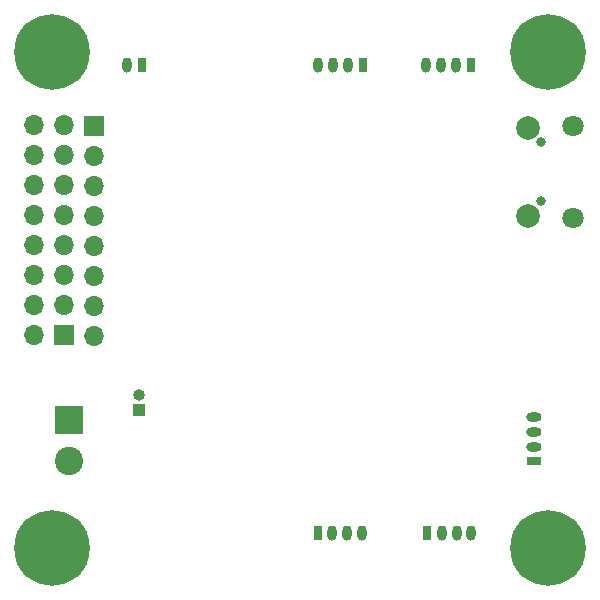
<source format=gbr>
G04 #@! TF.GenerationSoftware,KiCad,Pcbnew,(6.0.9)*
G04 #@! TF.CreationDate,2023-03-18T16:21:46+02:00*
G04 #@! TF.ProjectId,HadesMicro,48616465-734d-4696-9372-6f2e6b696361,rev?*
G04 #@! TF.SameCoordinates,Original*
G04 #@! TF.FileFunction,Soldermask,Bot*
G04 #@! TF.FilePolarity,Negative*
%FSLAX46Y46*%
G04 Gerber Fmt 4.6, Leading zero omitted, Abs format (unit mm)*
G04 Created by KiCad (PCBNEW (6.0.9)) date 2023-03-18 16:21:46*
%MOMM*%
%LPD*%
G01*
G04 APERTURE LIST*
%ADD10R,0.800000X1.300000*%
%ADD11O,0.800000X1.300000*%
%ADD12R,1.300000X0.800000*%
%ADD13O,1.300000X0.800000*%
%ADD14R,1.000000X1.000000*%
%ADD15O,1.000000X1.000000*%
%ADD16R,1.700000X1.700000*%
%ADD17O,1.700000X1.700000*%
%ADD18C,6.400000*%
%ADD19C,0.800000*%
%ADD20R,2.400000X2.400000*%
%ADD21C,2.400000*%
%ADD22C,1.800000*%
%ADD23C,2.000000*%
G04 APERTURE END LIST*
D10*
X46482000Y-64770000D03*
D11*
X47732000Y-64770000D03*
X48982000Y-64770000D03*
X50232000Y-64770000D03*
D10*
X55753000Y-64770000D03*
D11*
X57003000Y-64770000D03*
X58253000Y-64770000D03*
X59503000Y-64770000D03*
D12*
X64770000Y-58674000D03*
D13*
X64770000Y-57424000D03*
X64770000Y-56174000D03*
X64770000Y-54924000D03*
D14*
X31369000Y-54292500D03*
D15*
X31369000Y-53022500D03*
D16*
X25000000Y-48000000D03*
D17*
X22460000Y-48000000D03*
X25000000Y-45460000D03*
X22460000Y-45460000D03*
X25000000Y-42920000D03*
X22460000Y-42920000D03*
X25000000Y-40380000D03*
X22460000Y-40380000D03*
X25000000Y-37840000D03*
X22460000Y-37840000D03*
X25000000Y-35300000D03*
X22460000Y-35300000D03*
X25000000Y-32760000D03*
X22460000Y-32760000D03*
X25000000Y-30220000D03*
X22460000Y-30220000D03*
D16*
X27541220Y-30251400D03*
D17*
X27541220Y-32791400D03*
X27541220Y-35331400D03*
X27541220Y-37871400D03*
X27541220Y-40411400D03*
X27541220Y-42951400D03*
X27541220Y-45491400D03*
X27541220Y-48031400D03*
D10*
X50292000Y-25146000D03*
D11*
X49042000Y-25146000D03*
X47792000Y-25146000D03*
X46542000Y-25146000D03*
D10*
X31623000Y-25146000D03*
D11*
X30373000Y-25146000D03*
D18*
X24000000Y-66000000D03*
D19*
X24000000Y-63600000D03*
X24000000Y-68400000D03*
X22302944Y-67697056D03*
X21600000Y-66000000D03*
X26400000Y-66000000D03*
X22302944Y-64302944D03*
X25697056Y-64302944D03*
X25697056Y-67697056D03*
X66000000Y-68400000D03*
X68400000Y-66000000D03*
X64302944Y-67697056D03*
X67697056Y-67697056D03*
X63600000Y-66000000D03*
X67697056Y-64302944D03*
D18*
X66000000Y-66000000D03*
D19*
X66000000Y-63600000D03*
X64302944Y-64302944D03*
X64302944Y-25697056D03*
X64302944Y-22302944D03*
X63600000Y-24000000D03*
D18*
X66000000Y-24000000D03*
D19*
X67697056Y-25697056D03*
X66000000Y-26400000D03*
X68400000Y-24000000D03*
X66000000Y-21600000D03*
X67697056Y-22302944D03*
X25697056Y-22302944D03*
X25697056Y-25697056D03*
X24000000Y-21600000D03*
X26400000Y-24000000D03*
X22302944Y-25697056D03*
X22302944Y-22302944D03*
X21600000Y-24000000D03*
D18*
X24000000Y-24000000D03*
D19*
X24000000Y-26400000D03*
D10*
X59436000Y-25146000D03*
D11*
X58186000Y-25146000D03*
X56936000Y-25146000D03*
X55686000Y-25146000D03*
D20*
X25463500Y-55181500D03*
D21*
X25463500Y-58681500D03*
D19*
X65367000Y-31663000D03*
X65367000Y-36663000D03*
D22*
X68117000Y-30288000D03*
D23*
X64317000Y-30438000D03*
D22*
X68117000Y-38038000D03*
D23*
X64317000Y-37888000D03*
M02*

</source>
